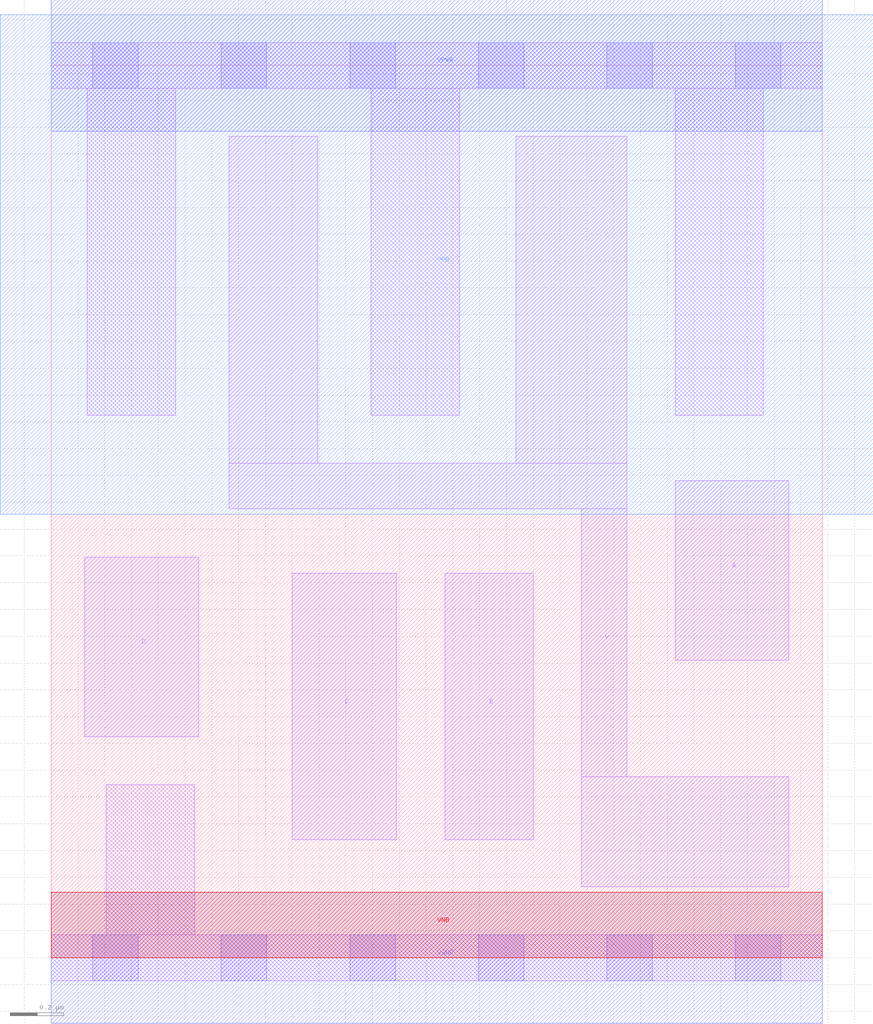
<source format=lef>
# Copyright 2020 The SkyWater PDK Authors
#
# Licensed under the Apache License, Version 2.0 (the "License");
# you may not use this file except in compliance with the License.
# You may obtain a copy of the License at
#
#     https://www.apache.org/licenses/LICENSE-2.0
#
# Unless required by applicable law or agreed to in writing, software
# distributed under the License is distributed on an "AS IS" BASIS,
# WITHOUT WARRANTIES OR CONDITIONS OF ANY KIND, either express or implied.
# See the License for the specific language governing permissions and
# limitations under the License.
#
# SPDX-License-Identifier: Apache-2.0

VERSION 5.7 ;
  NOWIREEXTENSIONATPIN ON ;
  DIVIDERCHAR "/" ;
  BUSBITCHARS "[]" ;
MACRO sky130_fd_sc_lp__nand4_lp
  CLASS CORE ;
  FOREIGN sky130_fd_sc_lp__nand4_lp ;
  ORIGIN  0.000000  0.000000 ;
  SIZE  2.880000 BY  3.330000 ;
  SYMMETRY X Y R90 ;
  SITE unit ;
  PIN A
    ANTENNAGATEAREA  0.313000 ;
    DIRECTION INPUT ;
    USE SIGNAL ;
    PORT
      LAYER li1 ;
        RECT 2.330000 1.110000 2.755000 1.780000 ;
    END
  END A
  PIN B
    ANTENNAGATEAREA  0.313000 ;
    DIRECTION INPUT ;
    USE SIGNAL ;
    PORT
      LAYER li1 ;
        RECT 1.470000 0.440000 1.800000 1.435000 ;
    END
  END B
  PIN C
    ANTENNAGATEAREA  0.313000 ;
    DIRECTION INPUT ;
    USE SIGNAL ;
    PORT
      LAYER li1 ;
        RECT 0.900000 0.440000 1.290000 1.435000 ;
    END
  END C
  PIN D
    ANTENNAGATEAREA  0.313000 ;
    DIRECTION INPUT ;
    USE SIGNAL ;
    PORT
      LAYER li1 ;
        RECT 0.125000 0.825000 0.550000 1.495000 ;
    END
  END D
  PIN Y
    ANTENNADIFFAREA  0.679700 ;
    DIRECTION OUTPUT ;
    USE SIGNAL ;
    PORT
      LAYER li1 ;
        RECT 0.665000 1.675000 2.150000 1.845000 ;
        RECT 0.665000 1.845000 0.995000 3.065000 ;
        RECT 1.735000 1.845000 2.150000 3.065000 ;
        RECT 1.980000 0.265000 2.755000 0.675000 ;
        RECT 1.980000 0.675000 2.150000 1.675000 ;
    END
  END Y
  PIN VGND
    DIRECTION INOUT ;
    USE GROUND ;
    PORT
      LAYER met1 ;
        RECT 0.000000 -0.245000 2.880000 0.245000 ;
    END
  END VGND
  PIN VNB
    DIRECTION INOUT ;
    USE GROUND ;
    PORT
      LAYER pwell ;
        RECT 0.000000 0.000000 2.880000 0.245000 ;
    END
  END VNB
  PIN VPB
    DIRECTION INOUT ;
    USE POWER ;
    PORT
      LAYER nwell ;
        RECT -0.190000 1.655000 3.070000 3.520000 ;
    END
  END VPB
  PIN VPWR
    DIRECTION INOUT ;
    USE POWER ;
    PORT
      LAYER met1 ;
        RECT 0.000000 3.085000 2.880000 3.575000 ;
    END
  END VPWR
  OBS
    LAYER li1 ;
      RECT 0.000000 -0.085000 2.880000 0.085000 ;
      RECT 0.000000  3.245000 2.880000 3.415000 ;
      RECT 0.135000  2.025000 0.465000 3.245000 ;
      RECT 0.205000  0.085000 0.535000 0.645000 ;
      RECT 1.195000  2.025000 1.525000 3.245000 ;
      RECT 2.330000  2.025000 2.660000 3.245000 ;
    LAYER mcon ;
      RECT 0.155000 -0.085000 0.325000 0.085000 ;
      RECT 0.155000  3.245000 0.325000 3.415000 ;
      RECT 0.635000 -0.085000 0.805000 0.085000 ;
      RECT 0.635000  3.245000 0.805000 3.415000 ;
      RECT 1.115000 -0.085000 1.285000 0.085000 ;
      RECT 1.115000  3.245000 1.285000 3.415000 ;
      RECT 1.595000 -0.085000 1.765000 0.085000 ;
      RECT 1.595000  3.245000 1.765000 3.415000 ;
      RECT 2.075000 -0.085000 2.245000 0.085000 ;
      RECT 2.075000  3.245000 2.245000 3.415000 ;
      RECT 2.555000 -0.085000 2.725000 0.085000 ;
      RECT 2.555000  3.245000 2.725000 3.415000 ;
  END
END sky130_fd_sc_lp__nand4_lp
END LIBRARY

</source>
